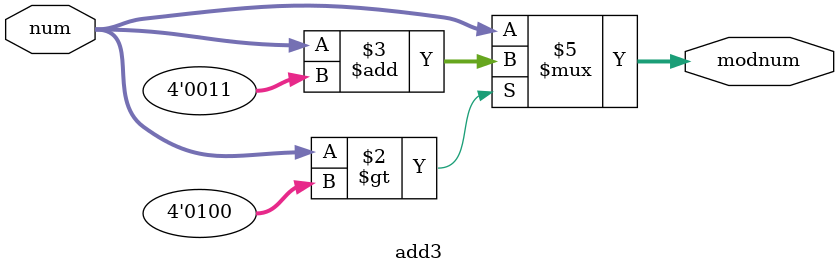
<source format=sv>
`timescale 1ns / 1ps


module add3(
    input [3:0] num,
    output reg [3:0] modnum
    );
    
    always @* begin
    if (num[3:0] > 4'b0100)  
        modnum[3:0] = num[3:0] + 4'b0011;
    else
        modnum[3:0] = num[3:0];
    end
        
endmodule

</source>
